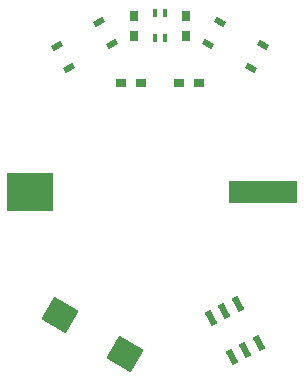
<source format=gbr>
G04 DipTrace 3.2.0.1*
G04 BottomPaste.gbr*
%MOIN*%
G04 #@! TF.FileFunction,Paste,Bot*
G04 #@! TF.Part,Single*
%AMOUTLINE2*
4,1,4,
-0.018975,0.061216,
0.062632,0.013591,
0.018975,-0.061216,
-0.062632,-0.013591,
-0.018975,0.061216,
0*%
%AMOUTLINE5*
4,1,4,
0.021518,-0.017581,
0.002367,-0.027686,
-0.021518,0.017581,
-0.002367,0.027686,
0.021518,-0.017581,
0*%
%AMOUTLINE8*
4,1,4,
-0.020266,-0.000267,
0.010478,0.017347,
0.020266,0.000267,
-0.010478,-0.017347,
-0.020266,-0.000267,
0*%
%AMOUTLINE11*
4,1,4,
-0.010827,0.017132,
0.020266,0.000142,
0.010827,-0.017132,
-0.020266,-0.000142,
-0.010827,0.017132,
0*%
%ADD53R,0.153543X0.125984*%
%ADD55R,0.228346X0.074803*%
%ADD57R,0.015748X0.031496*%
%ADD59R,0.035433X0.031496*%
%ADD61R,0.031496X0.035433*%
%ADD65OUTLINE2*%
%ADD68OUTLINE5*%
%ADD71OUTLINE8*%
%ADD74OUTLINE11*%
%FSLAX26Y26*%
G04*
G70*
G90*
G75*
G01*
G04 BotPaste*
%LPD*%
D65*
X-334339Y-414105D3*
X-116706Y-541113D3*
D68*
X259316Y-374930D3*
X215094Y-398265D3*
X170873Y-421600D3*
X328584Y-506202D3*
X284364Y-529535D3*
X240140Y-552870D3*
D61*
X85827Y515748D3*
Y582677D3*
X-85827Y515748D3*
Y582677D3*
D59*
X-63386Y360236D3*
X-130315D3*
X130315D3*
X63386D3*
D57*
X17717Y509843D3*
Y592520D3*
X-17717Y509843D3*
Y592520D3*
D71*
X-202127Y565525D3*
X-160046Y492080D3*
X-343891Y484298D3*
X-301810Y410853D3*
D74*
X343951Y486155D3*
X303362Y411875D3*
X200575Y564503D3*
X159986Y490223D3*
D55*
X342553Y-1728D3*
D53*
X-432250D3*
M02*

</source>
